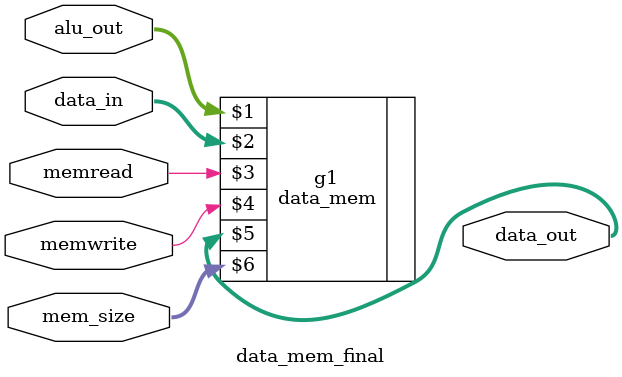
<source format=sv>

module data_mem_final #(parameter N=32)(input logic [N-1:0]alu_out,data_in, input logic memread,memwrite,output logic [N-1:0]data_out, input logic [1:0]mem_size);


data_mem g1(alu_out,data_in,memread,memwrite,data_out,mem_size);


endmodule
</source>
